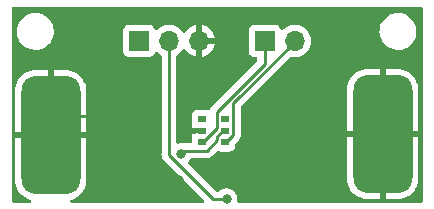
<source format=gbl>
%TF.GenerationSoftware,KiCad,Pcbnew,(6.0.4)*%
%TF.CreationDate,2022-07-28T21:40:12+10:00*%
%TF.ProjectId,GSR Sensor,47535220-5365-46e7-936f-722e6b696361,rev?*%
%TF.SameCoordinates,Original*%
%TF.FileFunction,Copper,L2,Bot*%
%TF.FilePolarity,Positive*%
%FSLAX46Y46*%
G04 Gerber Fmt 4.6, Leading zero omitted, Abs format (unit mm)*
G04 Created by KiCad (PCBNEW (6.0.4)) date 2022-07-28 21:40:12*
%MOMM*%
%LPD*%
G01*
G04 APERTURE LIST*
G04 Aperture macros list*
%AMRoundRect*
0 Rectangle with rounded corners*
0 $1 Rounding radius*
0 $2 $3 $4 $5 $6 $7 $8 $9 X,Y pos of 4 corners*
0 Add a 4 corners polygon primitive as box body*
4,1,4,$2,$3,$4,$5,$6,$7,$8,$9,$2,$3,0*
0 Add four circle primitives for the rounded corners*
1,1,$1+$1,$2,$3*
1,1,$1+$1,$4,$5*
1,1,$1+$1,$6,$7*
1,1,$1+$1,$8,$9*
0 Add four rect primitives between the rounded corners*
20,1,$1+$1,$2,$3,$4,$5,0*
20,1,$1+$1,$4,$5,$6,$7,0*
20,1,$1+$1,$6,$7,$8,$9,0*
20,1,$1+$1,$8,$9,$2,$3,0*%
G04 Aperture macros list end*
%TA.AperFunction,ComponentPad*%
%ADD10R,1.700000X1.700000*%
%TD*%
%TA.AperFunction,ComponentPad*%
%ADD11O,1.700000X1.700000*%
%TD*%
%TA.AperFunction,SMDPad,CuDef*%
%ADD12RoundRect,0.037100X0.317900X0.227900X-0.317900X0.227900X-0.317900X-0.227900X0.317900X-0.227900X0*%
%TD*%
%TA.AperFunction,SMDPad,CuDef*%
%ADD13RoundRect,1.250000X-1.250000X3.750000X-1.250000X-3.750000X1.250000X-3.750000X1.250000X3.750000X0*%
%TD*%
%TA.AperFunction,ViaPad*%
%ADD14C,0.800000*%
%TD*%
%TA.AperFunction,Conductor*%
%ADD15C,0.250000*%
%TD*%
G04 APERTURE END LIST*
D10*
%TO.P,J1,1,Pin_1*%
%TO.N,+3V3*%
X136275000Y-95800000D03*
D11*
%TO.P,J1,2,Pin_2*%
%TO.N,Net-(C7-Pad1)*%
X138815000Y-95800000D03*
%TO.P,J1,3,Pin_3*%
%TO.N,GND*%
X141355000Y-95800000D03*
%TD*%
D10*
%TO.P,J2,1,Pin_1*%
%TO.N,Net-(J2-Pad1)*%
X146925000Y-95800000D03*
D11*
%TO.P,J2,2,Pin_2*%
%TO.N,Net-(J2-Pad2)*%
X149465000Y-95800000D03*
%TD*%
D12*
%TO.P,U4,1,NC*%
%TO.N,unconnected-(U4-Pad1)*%
X143570000Y-102400000D03*
%TO.P,U4,2,VDD*%
%TO.N,Net-(C8-Pad1)*%
X143570000Y-103400000D03*
%TO.P,U4,3,SCL*%
%TO.N,Net-(J2-Pad2)*%
X143570000Y-104400000D03*
%TO.P,U4,4,SDA*%
%TO.N,Net-(J2-Pad1)*%
X141600000Y-104400000D03*
%TO.P,U4,5,GND*%
%TO.N,GND*%
X141600000Y-103400000D03*
%TO.P,U4,6,NC*%
%TO.N,unconnected-(U4-Pad6)*%
X141600000Y-102400000D03*
%TD*%
D13*
%TO.P,U2,1,Electrode_1*%
%TO.N,GND*%
X156905000Y-103695000D03*
%TD*%
%TO.P,U1,1,Electrode_1*%
%TO.N,GND*%
X128800000Y-103800000D03*
%TD*%
D14*
%TO.N,GND*%
X152600000Y-101400000D03*
X134800000Y-102200000D03*
X139700000Y-107600000D03*
X152800000Y-103800000D03*
X152600000Y-100300000D03*
X139700000Y-108900000D03*
%TO.N,Net-(C7-Pad1)*%
X143700000Y-109200000D03*
%TO.N,Net-(C8-Pad1)*%
X139800000Y-105400000D03*
%TD*%
D15*
%TO.N,GND*%
X130400000Y-102200000D02*
X128800000Y-103800000D01*
X134800000Y-102200000D02*
X130400000Y-102200000D01*
%TO.N,Net-(C7-Pad1)*%
X138815000Y-95800000D02*
X138815000Y-105439614D01*
X142575386Y-109200000D02*
X143700000Y-109200000D01*
X138815000Y-105439614D02*
X142575386Y-109200000D01*
%TO.N,Net-(C8-Pad1)*%
X142890480Y-103884698D02*
X143375178Y-103400000D01*
X142890480Y-104209520D02*
X142890480Y-103884698D01*
X140100000Y-105100000D02*
X142000000Y-105100000D01*
X139800000Y-105400000D02*
X140100000Y-105100000D01*
X142000000Y-105100000D02*
X142890480Y-104209520D01*
X143375178Y-103400000D02*
X143570000Y-103400000D01*
%TO.N,Net-(J2-Pad1)*%
X141657207Y-104400000D02*
X142890480Y-103166727D01*
X142890480Y-101809520D02*
X146925000Y-97775000D01*
X142890480Y-103166727D02*
X142890480Y-101809520D01*
X146925000Y-97775000D02*
X146925000Y-95800000D01*
X141600000Y-104400000D02*
X141657207Y-104400000D01*
%TO.N,Net-(J2-Pad2)*%
X143627207Y-104400000D02*
X143570000Y-104400000D01*
X149465000Y-95800000D02*
X149465000Y-95870718D01*
X149465000Y-95870718D02*
X144249520Y-101086198D01*
X144249520Y-101086198D02*
X144249520Y-103777687D01*
X144249520Y-103777687D02*
X143627207Y-104400000D01*
%TD*%
%TA.AperFunction,Conductor*%
%TO.N,GND*%
G36*
X160233621Y-92928502D02*
G01*
X160280114Y-92982158D01*
X160291500Y-93034500D01*
X160291500Y-109365500D01*
X160271498Y-109433621D01*
X160217842Y-109480114D01*
X160165500Y-109491500D01*
X144722804Y-109491500D01*
X144654683Y-109471498D01*
X144608190Y-109417842D01*
X144597494Y-109352330D01*
X144612814Y-109206565D01*
X144613504Y-109200000D01*
X144607949Y-109147145D01*
X144594232Y-109016635D01*
X144594232Y-109016633D01*
X144593542Y-109010072D01*
X144534527Y-108828444D01*
X144439040Y-108663056D01*
X144374017Y-108590840D01*
X144315675Y-108526045D01*
X144315674Y-108526044D01*
X144311253Y-108521134D01*
X144156752Y-108408882D01*
X144150724Y-108406198D01*
X144150722Y-108406197D01*
X143988319Y-108333891D01*
X143988318Y-108333891D01*
X143982288Y-108331206D01*
X143888888Y-108311353D01*
X143801944Y-108292872D01*
X143801939Y-108292872D01*
X143795487Y-108291500D01*
X143604513Y-108291500D01*
X143598061Y-108292872D01*
X143598056Y-108292872D01*
X143511113Y-108311353D01*
X143417712Y-108331206D01*
X143411682Y-108333891D01*
X143411681Y-108333891D01*
X143249278Y-108406197D01*
X143249276Y-108406198D01*
X143243248Y-108408882D01*
X143088747Y-108521134D01*
X143084332Y-108526037D01*
X143079420Y-108530460D01*
X143078295Y-108529211D01*
X143024986Y-108562051D01*
X142991800Y-108566500D01*
X142889980Y-108566500D01*
X142821859Y-108546498D01*
X142800885Y-108529595D01*
X141798608Y-107527318D01*
X153897000Y-107527318D01*
X153897114Y-107531116D01*
X153904220Y-107649555D01*
X153905274Y-107657851D01*
X153953657Y-107905601D01*
X153956118Y-107914598D01*
X154040424Y-108152011D01*
X154044189Y-108160549D01*
X154162665Y-108382902D01*
X154167647Y-108390781D01*
X154317692Y-108593187D01*
X154323774Y-108600233D01*
X154502087Y-108778235D01*
X154509160Y-108784318D01*
X154711815Y-108934001D01*
X154719705Y-108938970D01*
X154942268Y-109057060D01*
X154950801Y-109060805D01*
X155188369Y-109144700D01*
X155197367Y-109147145D01*
X155445215Y-109195096D01*
X155453488Y-109196134D01*
X155568960Y-109202893D01*
X155572609Y-109203000D01*
X156632885Y-109203000D01*
X156648124Y-109198525D01*
X156649329Y-109197135D01*
X156651000Y-109189452D01*
X156651000Y-109184885D01*
X157159000Y-109184885D01*
X157163475Y-109200124D01*
X157164865Y-109201329D01*
X157172548Y-109203000D01*
X158237318Y-109203000D01*
X158241116Y-109202886D01*
X158359555Y-109195780D01*
X158367851Y-109194726D01*
X158615601Y-109146343D01*
X158624598Y-109143882D01*
X158862011Y-109059576D01*
X158870549Y-109055811D01*
X159092902Y-108937335D01*
X159100781Y-108932353D01*
X159303187Y-108782308D01*
X159310233Y-108776226D01*
X159488235Y-108597913D01*
X159494318Y-108590840D01*
X159644001Y-108388185D01*
X159648970Y-108380295D01*
X159767060Y-108157732D01*
X159770805Y-108149199D01*
X159854700Y-107911631D01*
X159857145Y-107902633D01*
X159905096Y-107654785D01*
X159906134Y-107646512D01*
X159912893Y-107531040D01*
X159913000Y-107527391D01*
X159913000Y-103967115D01*
X159908525Y-103951876D01*
X159907135Y-103950671D01*
X159899452Y-103949000D01*
X157177115Y-103949000D01*
X157161876Y-103953475D01*
X157160671Y-103954865D01*
X157159000Y-103962548D01*
X157159000Y-109184885D01*
X156651000Y-109184885D01*
X156651000Y-103967115D01*
X156646525Y-103951876D01*
X156645135Y-103950671D01*
X156637452Y-103949000D01*
X153915115Y-103949000D01*
X153899876Y-103953475D01*
X153898671Y-103954865D01*
X153897000Y-103962548D01*
X153897000Y-107527318D01*
X141798608Y-107527318D01*
X140466854Y-106195563D01*
X140432828Y-106133251D01*
X140437893Y-106062435D01*
X140462313Y-106022158D01*
X140534621Y-105941852D01*
X140534622Y-105941851D01*
X140539040Y-105936944D01*
X140542339Y-105931231D01*
X140542342Y-105931226D01*
X140620126Y-105796500D01*
X140671509Y-105747507D01*
X140729245Y-105733500D01*
X141921233Y-105733500D01*
X141932416Y-105734027D01*
X141939909Y-105735702D01*
X141947835Y-105735453D01*
X141947836Y-105735453D01*
X142007986Y-105733562D01*
X142011945Y-105733500D01*
X142039856Y-105733500D01*
X142043791Y-105733003D01*
X142043856Y-105732995D01*
X142055693Y-105732062D01*
X142087951Y-105731048D01*
X142091970Y-105730922D01*
X142099889Y-105730673D01*
X142119343Y-105725021D01*
X142138700Y-105721013D01*
X142150930Y-105719468D01*
X142150931Y-105719468D01*
X142158797Y-105718474D01*
X142166168Y-105715555D01*
X142166170Y-105715555D01*
X142199912Y-105702196D01*
X142211142Y-105698351D01*
X142245983Y-105688229D01*
X142245984Y-105688229D01*
X142253593Y-105686018D01*
X142260412Y-105681985D01*
X142260417Y-105681983D01*
X142271028Y-105675707D01*
X142288776Y-105667012D01*
X142307617Y-105659552D01*
X142327585Y-105645045D01*
X142343387Y-105633564D01*
X142353307Y-105627048D01*
X142384535Y-105608580D01*
X142384538Y-105608578D01*
X142391362Y-105604542D01*
X142405683Y-105590221D01*
X142420717Y-105577380D01*
X142430694Y-105570131D01*
X142437107Y-105565472D01*
X142442158Y-105559367D01*
X142442163Y-105559362D01*
X142465299Y-105531396D01*
X142473287Y-105522618D01*
X142856208Y-105139697D01*
X142918520Y-105105671D01*
X142991686Y-105111640D01*
X143120732Y-105162733D01*
X143128770Y-105163706D01*
X143128771Y-105163706D01*
X143160444Y-105167539D01*
X143209707Y-105173500D01*
X143569714Y-105173500D01*
X143930292Y-105173499D01*
X143975498Y-105168029D01*
X144011238Y-105163705D01*
X144011241Y-105163704D01*
X144019268Y-105162733D01*
X144026785Y-105159757D01*
X144026788Y-105159756D01*
X144150272Y-105110865D01*
X144150274Y-105110864D01*
X144158255Y-105107704D01*
X144277325Y-105017325D01*
X144367704Y-104898255D01*
X144422733Y-104759268D01*
X144433500Y-104670293D01*
X144433500Y-104541801D01*
X144453502Y-104473680D01*
X144470405Y-104452706D01*
X144641767Y-104281344D01*
X144650057Y-104273800D01*
X144656538Y-104269687D01*
X144703179Y-104220019D01*
X144705933Y-104217178D01*
X144725654Y-104197457D01*
X144728132Y-104194262D01*
X144735838Y-104185240D01*
X144760678Y-104158788D01*
X144766106Y-104153008D01*
X144775866Y-104135255D01*
X144786719Y-104118732D01*
X144794273Y-104108993D01*
X144799133Y-104102728D01*
X144816696Y-104062144D01*
X144821903Y-104051514D01*
X144843215Y-104012747D01*
X144845186Y-104005070D01*
X144845188Y-104005065D01*
X144848252Y-103993129D01*
X144854658Y-103974417D01*
X144859554Y-103963104D01*
X144862701Y-103955832D01*
X144864306Y-103945703D01*
X144869617Y-103912168D01*
X144872024Y-103900547D01*
X144881048Y-103865398D01*
X144881048Y-103865397D01*
X144883020Y-103857717D01*
X144883020Y-103837456D01*
X144884571Y-103817745D01*
X144886499Y-103805572D01*
X144887739Y-103797744D01*
X144883579Y-103753733D01*
X144883020Y-103741876D01*
X144883020Y-103422885D01*
X153897000Y-103422885D01*
X153901475Y-103438124D01*
X153902865Y-103439329D01*
X153910548Y-103441000D01*
X156632885Y-103441000D01*
X156648124Y-103436525D01*
X156649329Y-103435135D01*
X156651000Y-103427452D01*
X156651000Y-103422885D01*
X157159000Y-103422885D01*
X157163475Y-103438124D01*
X157164865Y-103439329D01*
X157172548Y-103441000D01*
X159894885Y-103441000D01*
X159910124Y-103436525D01*
X159911329Y-103435135D01*
X159913000Y-103427452D01*
X159913000Y-99862682D01*
X159912886Y-99858884D01*
X159905780Y-99740445D01*
X159904726Y-99732149D01*
X159856343Y-99484399D01*
X159853882Y-99475402D01*
X159769576Y-99237989D01*
X159765811Y-99229451D01*
X159647335Y-99007098D01*
X159642353Y-98999219D01*
X159492308Y-98796813D01*
X159486226Y-98789767D01*
X159307913Y-98611765D01*
X159300840Y-98605682D01*
X159098185Y-98455999D01*
X159090295Y-98451030D01*
X158867732Y-98332940D01*
X158859199Y-98329195D01*
X158621631Y-98245300D01*
X158612633Y-98242855D01*
X158364785Y-98194904D01*
X158356512Y-98193866D01*
X158241040Y-98187107D01*
X158237391Y-98187000D01*
X157177115Y-98187000D01*
X157161876Y-98191475D01*
X157160671Y-98192865D01*
X157159000Y-98200548D01*
X157159000Y-103422885D01*
X156651000Y-103422885D01*
X156651000Y-98205115D01*
X156646525Y-98189876D01*
X156645135Y-98188671D01*
X156637452Y-98187000D01*
X155572682Y-98187000D01*
X155568884Y-98187114D01*
X155450445Y-98194220D01*
X155442149Y-98195274D01*
X155194399Y-98243657D01*
X155185402Y-98246118D01*
X154947989Y-98330424D01*
X154939451Y-98334189D01*
X154717098Y-98452665D01*
X154709219Y-98457647D01*
X154506813Y-98607692D01*
X154499767Y-98613774D01*
X154321765Y-98792087D01*
X154315682Y-98799160D01*
X154165999Y-99001815D01*
X154161030Y-99009705D01*
X154042940Y-99232268D01*
X154039195Y-99240801D01*
X153955300Y-99478369D01*
X153952855Y-99487367D01*
X153904904Y-99735215D01*
X153903866Y-99743488D01*
X153897107Y-99858960D01*
X153897000Y-99862609D01*
X153897000Y-103422885D01*
X144883020Y-103422885D01*
X144883020Y-101400792D01*
X144903022Y-101332671D01*
X144919925Y-101311697D01*
X149068312Y-97163310D01*
X149130624Y-97129284D01*
X149182528Y-97128935D01*
X149209355Y-97134393D01*
X149303597Y-97153567D01*
X149308772Y-97153757D01*
X149308774Y-97153757D01*
X149521673Y-97161564D01*
X149521677Y-97161564D01*
X149526837Y-97161753D01*
X149531957Y-97161097D01*
X149531959Y-97161097D01*
X149743288Y-97134025D01*
X149743289Y-97134025D01*
X149748416Y-97133368D01*
X149753366Y-97131883D01*
X149957429Y-97070661D01*
X149957434Y-97070659D01*
X149962384Y-97069174D01*
X150162994Y-96970896D01*
X150344860Y-96841173D01*
X150503096Y-96683489D01*
X150633453Y-96502077D01*
X150646995Y-96474678D01*
X150730136Y-96306453D01*
X150730137Y-96306451D01*
X150732430Y-96301811D01*
X150797370Y-96088069D01*
X150826529Y-95866590D01*
X150828156Y-95800000D01*
X150809852Y-95577361D01*
X150755431Y-95360702D01*
X150666354Y-95155840D01*
X150600838Y-95054568D01*
X156637382Y-95054568D01*
X156637963Y-95059588D01*
X156637963Y-95059592D01*
X156642647Y-95100074D01*
X156666208Y-95303699D01*
X156667587Y-95308573D01*
X156667588Y-95308577D01*
X156733116Y-95540148D01*
X156734494Y-95545017D01*
X156736628Y-95549592D01*
X156736630Y-95549599D01*
X156838347Y-95767731D01*
X156840484Y-95772313D01*
X156843326Y-95776494D01*
X156843326Y-95776495D01*
X156978605Y-95975552D01*
X156978608Y-95975556D01*
X156981451Y-95979739D01*
X156984928Y-95983416D01*
X156984929Y-95983417D01*
X157083893Y-96088069D01*
X157153767Y-96161959D01*
X157157793Y-96165037D01*
X157157794Y-96165038D01*
X157348981Y-96311212D01*
X157348985Y-96311215D01*
X157353001Y-96314285D01*
X157574026Y-96432797D01*
X157578807Y-96434443D01*
X157578811Y-96434445D01*
X157786679Y-96506020D01*
X157811156Y-96514448D01*
X157914689Y-96532331D01*
X158054380Y-96556460D01*
X158054386Y-96556461D01*
X158058290Y-96557135D01*
X158062251Y-96557315D01*
X158062252Y-96557315D01*
X158086931Y-96558436D01*
X158086950Y-96558436D01*
X158088350Y-96558500D01*
X158263015Y-96558500D01*
X158265523Y-96558298D01*
X158265528Y-96558298D01*
X158444944Y-96543863D01*
X158444949Y-96543862D01*
X158449985Y-96543457D01*
X158454893Y-96542252D01*
X158454896Y-96542251D01*
X158688625Y-96484841D01*
X158693539Y-96483634D01*
X158698191Y-96481659D01*
X158698195Y-96481658D01*
X158919741Y-96387617D01*
X158919742Y-96387617D01*
X158924396Y-96385641D01*
X159136615Y-96252000D01*
X159324738Y-96086147D01*
X159483924Y-95892351D01*
X159610078Y-95675596D01*
X159699955Y-95441461D01*
X159716827Y-95360702D01*
X159750206Y-95200921D01*
X159751241Y-95195967D01*
X159752838Y-95160814D01*
X159757662Y-95054568D01*
X159762618Y-94945432D01*
X159757419Y-94900494D01*
X159746628Y-94807240D01*
X159733792Y-94696301D01*
X159725847Y-94668222D01*
X159666884Y-94459852D01*
X159666883Y-94459850D01*
X159665506Y-94454983D01*
X159663372Y-94450408D01*
X159663370Y-94450401D01*
X159561653Y-94232269D01*
X159561651Y-94232265D01*
X159559516Y-94227687D01*
X159556674Y-94223505D01*
X159421395Y-94024448D01*
X159421392Y-94024444D01*
X159418549Y-94020261D01*
X159317925Y-93913853D01*
X159249713Y-93841721D01*
X159246233Y-93838041D01*
X159242206Y-93834962D01*
X159051019Y-93688788D01*
X159051015Y-93688785D01*
X159046999Y-93685715D01*
X158825974Y-93567203D01*
X158821193Y-93565557D01*
X158821189Y-93565555D01*
X158593633Y-93487201D01*
X158588844Y-93485552D01*
X158485311Y-93467669D01*
X158345620Y-93443540D01*
X158345614Y-93443539D01*
X158341710Y-93442865D01*
X158337749Y-93442685D01*
X158337748Y-93442685D01*
X158313069Y-93441564D01*
X158313050Y-93441564D01*
X158311650Y-93441500D01*
X158136985Y-93441500D01*
X158134477Y-93441702D01*
X158134472Y-93441702D01*
X157955056Y-93456137D01*
X157955051Y-93456138D01*
X157950015Y-93456543D01*
X157945107Y-93457748D01*
X157945104Y-93457749D01*
X157713326Y-93514680D01*
X157706461Y-93516366D01*
X157701809Y-93518341D01*
X157701805Y-93518342D01*
X157581061Y-93569595D01*
X157475604Y-93614359D01*
X157263385Y-93748000D01*
X157075262Y-93913853D01*
X156916076Y-94107649D01*
X156789922Y-94324404D01*
X156700045Y-94558539D01*
X156699012Y-94563485D01*
X156699010Y-94563491D01*
X156655490Y-94771814D01*
X156648759Y-94804033D01*
X156648530Y-94809082D01*
X156648529Y-94809088D01*
X156644379Y-94900494D01*
X156637382Y-95054568D01*
X150600838Y-95054568D01*
X150545014Y-94968277D01*
X150394670Y-94803051D01*
X150390619Y-94799852D01*
X150390615Y-94799848D01*
X150223414Y-94667800D01*
X150223410Y-94667798D01*
X150219359Y-94664598D01*
X150183028Y-94644542D01*
X150167136Y-94635769D01*
X150023789Y-94556638D01*
X150018920Y-94554914D01*
X150018916Y-94554912D01*
X149818087Y-94483795D01*
X149818083Y-94483794D01*
X149813212Y-94482069D01*
X149808119Y-94481162D01*
X149808116Y-94481161D01*
X149598373Y-94443800D01*
X149598367Y-94443799D01*
X149593284Y-94442894D01*
X149519452Y-94441992D01*
X149375081Y-94440228D01*
X149375079Y-94440228D01*
X149369911Y-94440165D01*
X149149091Y-94473955D01*
X148936756Y-94543357D01*
X148738607Y-94646507D01*
X148734474Y-94649610D01*
X148734471Y-94649612D01*
X148564100Y-94777530D01*
X148559965Y-94780635D01*
X148503537Y-94839684D01*
X148479283Y-94865064D01*
X148417759Y-94900494D01*
X148346846Y-94897037D01*
X148289060Y-94855791D01*
X148270207Y-94822243D01*
X148228767Y-94711703D01*
X148225615Y-94703295D01*
X148138261Y-94586739D01*
X148021705Y-94499385D01*
X147885316Y-94448255D01*
X147823134Y-94441500D01*
X146026866Y-94441500D01*
X145964684Y-94448255D01*
X145828295Y-94499385D01*
X145711739Y-94586739D01*
X145624385Y-94703295D01*
X145573255Y-94839684D01*
X145566500Y-94901866D01*
X145566500Y-96698134D01*
X145573255Y-96760316D01*
X145624385Y-96896705D01*
X145711739Y-97013261D01*
X145828295Y-97100615D01*
X145964684Y-97151745D01*
X146026866Y-97158500D01*
X146165500Y-97158500D01*
X146233621Y-97178502D01*
X146280114Y-97232158D01*
X146291500Y-97284500D01*
X146291500Y-97460406D01*
X146271498Y-97528527D01*
X146254595Y-97549501D01*
X142498227Y-101305868D01*
X142489941Y-101313408D01*
X142483462Y-101317520D01*
X142478037Y-101323297D01*
X142436837Y-101367171D01*
X142434082Y-101370013D01*
X142414345Y-101389750D01*
X142411865Y-101392947D01*
X142404162Y-101401967D01*
X142373894Y-101434199D01*
X142370075Y-101441145D01*
X142370073Y-101441148D01*
X142364132Y-101451954D01*
X142353281Y-101468473D01*
X142340866Y-101484479D01*
X142337721Y-101491748D01*
X142337718Y-101491752D01*
X142323306Y-101525057D01*
X142318089Y-101535707D01*
X142296785Y-101574460D01*
X142294814Y-101582136D01*
X142291896Y-101589507D01*
X142290671Y-101589022D01*
X142258528Y-101643010D01*
X142194994Y-101674694D01*
X142126425Y-101667815D01*
X142056797Y-101640248D01*
X142049268Y-101637267D01*
X142041230Y-101636294D01*
X142041229Y-101636294D01*
X142000578Y-101631375D01*
X141960293Y-101626500D01*
X141600286Y-101626500D01*
X141239708Y-101626501D01*
X141199427Y-101631375D01*
X141158762Y-101636295D01*
X141158759Y-101636296D01*
X141150732Y-101637267D01*
X141143215Y-101640243D01*
X141143212Y-101640244D01*
X141019728Y-101689135D01*
X141019726Y-101689136D01*
X141011745Y-101692296D01*
X140892675Y-101782675D01*
X140802296Y-101901745D01*
X140747267Y-102040732D01*
X140736500Y-102129707D01*
X140736501Y-102670292D01*
X140747267Y-102759268D01*
X140750244Y-102766787D01*
X140750245Y-102766791D01*
X140784891Y-102854297D01*
X140791370Y-102924997D01*
X140784891Y-102947063D01*
X140750737Y-103033329D01*
X140746786Y-103048887D01*
X140737456Y-103125985D01*
X140737283Y-103128848D01*
X140741475Y-103143124D01*
X140742865Y-103144329D01*
X140750548Y-103146000D01*
X141084434Y-103146000D01*
X141130816Y-103154848D01*
X141150732Y-103162733D01*
X141239707Y-103173500D01*
X141249442Y-103173500D01*
X141683614Y-103173499D01*
X141751734Y-103193501D01*
X141798227Y-103247156D01*
X141808331Y-103317430D01*
X141778838Y-103382011D01*
X141772708Y-103388594D01*
X141571706Y-103589596D01*
X141509394Y-103623622D01*
X141482611Y-103626501D01*
X141239708Y-103626501D01*
X141177085Y-103634078D01*
X141158764Y-103636295D01*
X141158763Y-103636295D01*
X141150732Y-103637267D01*
X141130816Y-103645152D01*
X141084434Y-103654000D01*
X140755115Y-103654000D01*
X140739876Y-103658475D01*
X140738671Y-103659865D01*
X140737051Y-103667312D01*
X140737456Y-103674015D01*
X140746786Y-103751113D01*
X140750737Y-103766671D01*
X140784891Y-103852937D01*
X140791370Y-103923638D01*
X140784891Y-103945703D01*
X140758347Y-104012747D01*
X140747267Y-104040732D01*
X140736500Y-104129707D01*
X140736501Y-104281344D01*
X140736501Y-104340499D01*
X140716499Y-104408620D01*
X140662844Y-104455113D01*
X140610501Y-104466500D01*
X140178767Y-104466500D01*
X140167584Y-104465973D01*
X140160091Y-104464298D01*
X140152165Y-104464547D01*
X140152164Y-104464547D01*
X140092014Y-104466438D01*
X140088055Y-104466500D01*
X140060144Y-104466500D01*
X140056210Y-104466997D01*
X140056209Y-104466997D01*
X140056144Y-104467005D01*
X140044307Y-104467938D01*
X140012049Y-104468952D01*
X140008030Y-104469078D01*
X140000111Y-104469327D01*
X139980657Y-104474979D01*
X139961300Y-104478987D01*
X139949069Y-104480532D01*
X139949067Y-104480532D01*
X139941203Y-104481526D01*
X139933832Y-104484445D01*
X139926154Y-104486416D01*
X139925802Y-104485046D01*
X139891977Y-104491500D01*
X139704513Y-104491500D01*
X139698061Y-104492872D01*
X139698056Y-104492872D01*
X139600697Y-104513567D01*
X139529906Y-104508165D01*
X139473274Y-104465348D01*
X139448780Y-104398711D01*
X139448500Y-104390320D01*
X139448500Y-97080427D01*
X139468502Y-97012306D01*
X139509618Y-96972550D01*
X139512994Y-96970896D01*
X139694860Y-96841173D01*
X139853096Y-96683489D01*
X139983453Y-96502077D01*
X139984640Y-96502930D01*
X140031960Y-96459362D01*
X140101897Y-96447145D01*
X140167338Y-96474678D01*
X140195166Y-96506511D01*
X140252694Y-96600388D01*
X140258777Y-96608699D01*
X140398213Y-96769667D01*
X140405580Y-96776883D01*
X140569434Y-96912916D01*
X140577881Y-96918831D01*
X140761756Y-97026279D01*
X140771042Y-97030729D01*
X140970001Y-97106703D01*
X140979899Y-97109579D01*
X141083250Y-97130606D01*
X141097299Y-97129410D01*
X141101000Y-97119065D01*
X141101000Y-97118517D01*
X141609000Y-97118517D01*
X141613064Y-97132359D01*
X141626478Y-97134393D01*
X141633184Y-97133534D01*
X141643262Y-97131392D01*
X141847255Y-97070191D01*
X141856842Y-97066433D01*
X142048095Y-96972739D01*
X142056945Y-96967464D01*
X142230328Y-96843792D01*
X142238200Y-96837139D01*
X142389052Y-96686812D01*
X142395730Y-96678965D01*
X142520003Y-96506020D01*
X142525313Y-96497183D01*
X142619670Y-96306267D01*
X142623469Y-96296672D01*
X142685377Y-96092910D01*
X142687555Y-96082837D01*
X142688986Y-96071962D01*
X142686775Y-96057778D01*
X142673617Y-96054000D01*
X141627115Y-96054000D01*
X141611876Y-96058475D01*
X141610671Y-96059865D01*
X141609000Y-96067548D01*
X141609000Y-97118517D01*
X141101000Y-97118517D01*
X141101000Y-95527885D01*
X141609000Y-95527885D01*
X141613475Y-95543124D01*
X141614865Y-95544329D01*
X141622548Y-95546000D01*
X142673344Y-95546000D01*
X142686875Y-95542027D01*
X142688180Y-95532947D01*
X142646214Y-95365875D01*
X142642894Y-95356124D01*
X142557972Y-95160814D01*
X142553105Y-95151739D01*
X142437426Y-94972926D01*
X142431136Y-94964757D01*
X142287806Y-94807240D01*
X142280273Y-94800215D01*
X142113139Y-94668222D01*
X142104552Y-94662517D01*
X141918117Y-94559599D01*
X141908705Y-94555369D01*
X141707959Y-94484280D01*
X141697988Y-94481646D01*
X141626837Y-94468972D01*
X141613540Y-94470432D01*
X141609000Y-94484989D01*
X141609000Y-95527885D01*
X141101000Y-95527885D01*
X141101000Y-94483102D01*
X141097082Y-94469758D01*
X141082806Y-94467771D01*
X141044324Y-94473660D01*
X141034288Y-94476051D01*
X140831868Y-94542212D01*
X140822359Y-94546209D01*
X140633463Y-94644542D01*
X140624738Y-94650036D01*
X140454433Y-94777905D01*
X140446726Y-94784748D01*
X140299590Y-94938717D01*
X140293109Y-94946722D01*
X140188498Y-95100074D01*
X140133587Y-95145076D01*
X140063062Y-95153247D01*
X139999315Y-95121993D01*
X139978618Y-95097509D01*
X139897822Y-94972617D01*
X139897820Y-94972614D01*
X139895014Y-94968277D01*
X139744670Y-94803051D01*
X139740619Y-94799852D01*
X139740615Y-94799848D01*
X139573414Y-94667800D01*
X139573410Y-94667798D01*
X139569359Y-94664598D01*
X139533028Y-94644542D01*
X139517136Y-94635769D01*
X139373789Y-94556638D01*
X139368920Y-94554914D01*
X139368916Y-94554912D01*
X139168087Y-94483795D01*
X139168083Y-94483794D01*
X139163212Y-94482069D01*
X139158119Y-94481162D01*
X139158116Y-94481161D01*
X138948373Y-94443800D01*
X138948367Y-94443799D01*
X138943284Y-94442894D01*
X138869452Y-94441992D01*
X138725081Y-94440228D01*
X138725079Y-94440228D01*
X138719911Y-94440165D01*
X138499091Y-94473955D01*
X138286756Y-94543357D01*
X138088607Y-94646507D01*
X138084474Y-94649610D01*
X138084471Y-94649612D01*
X137914100Y-94777530D01*
X137909965Y-94780635D01*
X137853537Y-94839684D01*
X137829283Y-94865064D01*
X137767759Y-94900494D01*
X137696846Y-94897037D01*
X137639060Y-94855791D01*
X137620207Y-94822243D01*
X137578767Y-94711703D01*
X137575615Y-94703295D01*
X137488261Y-94586739D01*
X137371705Y-94499385D01*
X137235316Y-94448255D01*
X137173134Y-94441500D01*
X135376866Y-94441500D01*
X135314684Y-94448255D01*
X135178295Y-94499385D01*
X135061739Y-94586739D01*
X134974385Y-94703295D01*
X134923255Y-94839684D01*
X134916500Y-94901866D01*
X134916500Y-96698134D01*
X134923255Y-96760316D01*
X134974385Y-96896705D01*
X135061739Y-97013261D01*
X135178295Y-97100615D01*
X135314684Y-97151745D01*
X135376866Y-97158500D01*
X137173134Y-97158500D01*
X137235316Y-97151745D01*
X137371705Y-97100615D01*
X137488261Y-97013261D01*
X137575615Y-96896705D01*
X137597799Y-96837529D01*
X137619598Y-96779382D01*
X137662240Y-96722618D01*
X137728802Y-96697918D01*
X137798150Y-96713126D01*
X137832817Y-96741114D01*
X137861250Y-96773938D01*
X138033126Y-96916632D01*
X138037593Y-96919242D01*
X138119070Y-96966853D01*
X138167794Y-97018491D01*
X138181500Y-97075641D01*
X138181500Y-105360847D01*
X138180973Y-105372030D01*
X138179298Y-105379523D01*
X138179547Y-105387449D01*
X138179547Y-105387450D01*
X138181438Y-105447600D01*
X138181500Y-105451559D01*
X138181500Y-105479470D01*
X138181997Y-105483404D01*
X138181997Y-105483405D01*
X138182005Y-105483470D01*
X138182938Y-105495307D01*
X138184327Y-105539503D01*
X138189978Y-105558953D01*
X138193987Y-105578314D01*
X138196526Y-105598411D01*
X138199445Y-105605782D01*
X138199445Y-105605784D01*
X138212804Y-105639526D01*
X138216649Y-105650756D01*
X138220052Y-105662469D01*
X138228982Y-105693207D01*
X138233015Y-105700026D01*
X138233017Y-105700031D01*
X138239293Y-105710642D01*
X138247988Y-105728390D01*
X138255448Y-105747231D01*
X138260110Y-105753647D01*
X138260110Y-105753648D01*
X138281436Y-105783001D01*
X138287952Y-105792921D01*
X138310458Y-105830976D01*
X138324779Y-105845297D01*
X138337619Y-105860330D01*
X138349528Y-105876721D01*
X138355634Y-105881772D01*
X138383605Y-105904912D01*
X138392384Y-105912902D01*
X141755886Y-109276405D01*
X141789912Y-109338717D01*
X141784847Y-109409533D01*
X141742300Y-109466368D01*
X141675780Y-109491179D01*
X141666791Y-109491500D01*
X130567725Y-109491500D01*
X130499604Y-109471498D01*
X130453111Y-109417842D01*
X130443007Y-109347568D01*
X130472501Y-109282988D01*
X130525562Y-109246764D01*
X130757011Y-109164576D01*
X130765549Y-109160811D01*
X130987902Y-109042335D01*
X130995781Y-109037353D01*
X131198187Y-108887308D01*
X131205233Y-108881226D01*
X131383235Y-108702913D01*
X131389318Y-108695840D01*
X131539001Y-108493185D01*
X131543970Y-108485295D01*
X131662060Y-108262732D01*
X131665805Y-108254199D01*
X131749700Y-108016631D01*
X131752145Y-108007633D01*
X131800096Y-107759785D01*
X131801134Y-107751512D01*
X131807893Y-107636040D01*
X131808000Y-107632391D01*
X131808000Y-104072115D01*
X131803525Y-104056876D01*
X131802135Y-104055671D01*
X131794452Y-104054000D01*
X125810115Y-104054000D01*
X125794876Y-104058475D01*
X125793671Y-104059865D01*
X125792000Y-104067548D01*
X125792000Y-107632318D01*
X125792114Y-107636116D01*
X125799220Y-107754555D01*
X125800274Y-107762851D01*
X125848657Y-108010601D01*
X125851118Y-108019598D01*
X125935424Y-108257011D01*
X125939189Y-108265549D01*
X126057665Y-108487902D01*
X126062647Y-108495781D01*
X126212692Y-108698187D01*
X126218774Y-108705233D01*
X126397087Y-108883235D01*
X126404160Y-108889318D01*
X126606815Y-109039001D01*
X126614705Y-109043970D01*
X126837268Y-109162060D01*
X126845801Y-109165805D01*
X127074849Y-109246691D01*
X127132422Y-109288234D01*
X127158395Y-109354309D01*
X127144522Y-109423937D01*
X127095208Y-109475012D01*
X127032893Y-109491500D01*
X125634500Y-109491500D01*
X125566379Y-109471498D01*
X125519886Y-109417842D01*
X125508500Y-109365500D01*
X125508500Y-103527885D01*
X125792000Y-103527885D01*
X125796475Y-103543124D01*
X125797865Y-103544329D01*
X125805548Y-103546000D01*
X128527885Y-103546000D01*
X128543124Y-103541525D01*
X128544329Y-103540135D01*
X128546000Y-103532452D01*
X128546000Y-103527885D01*
X129054000Y-103527885D01*
X129058475Y-103543124D01*
X129059865Y-103544329D01*
X129067548Y-103546000D01*
X131789885Y-103546000D01*
X131805124Y-103541525D01*
X131806329Y-103540135D01*
X131808000Y-103532452D01*
X131808000Y-99967682D01*
X131807886Y-99963884D01*
X131800780Y-99845445D01*
X131799726Y-99837149D01*
X131751343Y-99589399D01*
X131748882Y-99580402D01*
X131664576Y-99342989D01*
X131660811Y-99334451D01*
X131542335Y-99112098D01*
X131537353Y-99104219D01*
X131387308Y-98901813D01*
X131381226Y-98894767D01*
X131202913Y-98716765D01*
X131195840Y-98710682D01*
X130993185Y-98560999D01*
X130985295Y-98556030D01*
X130762732Y-98437940D01*
X130754199Y-98434195D01*
X130516631Y-98350300D01*
X130507633Y-98347855D01*
X130259785Y-98299904D01*
X130251512Y-98298866D01*
X130136040Y-98292107D01*
X130132391Y-98292000D01*
X129072115Y-98292000D01*
X129056876Y-98296475D01*
X129055671Y-98297865D01*
X129054000Y-98305548D01*
X129054000Y-103527885D01*
X128546000Y-103527885D01*
X128546000Y-98310115D01*
X128541525Y-98294876D01*
X128540135Y-98293671D01*
X128532452Y-98292000D01*
X127467682Y-98292000D01*
X127463884Y-98292114D01*
X127345445Y-98299220D01*
X127337149Y-98300274D01*
X127089399Y-98348657D01*
X127080402Y-98351118D01*
X126842989Y-98435424D01*
X126834451Y-98439189D01*
X126612098Y-98557665D01*
X126604219Y-98562647D01*
X126401813Y-98712692D01*
X126394767Y-98718774D01*
X126216765Y-98897087D01*
X126210682Y-98904160D01*
X126060999Y-99106815D01*
X126056030Y-99114705D01*
X125937940Y-99337268D01*
X125934195Y-99345801D01*
X125850300Y-99583369D01*
X125847855Y-99592367D01*
X125799904Y-99840215D01*
X125798866Y-99848488D01*
X125792107Y-99963960D01*
X125792000Y-99967609D01*
X125792000Y-103527885D01*
X125508500Y-103527885D01*
X125508500Y-95054568D01*
X125937382Y-95054568D01*
X125937963Y-95059588D01*
X125937963Y-95059592D01*
X125942647Y-95100074D01*
X125966208Y-95303699D01*
X125967587Y-95308573D01*
X125967588Y-95308577D01*
X126033116Y-95540148D01*
X126034494Y-95545017D01*
X126036628Y-95549592D01*
X126036630Y-95549599D01*
X126138347Y-95767731D01*
X126140484Y-95772313D01*
X126143326Y-95776494D01*
X126143326Y-95776495D01*
X126278605Y-95975552D01*
X126278608Y-95975556D01*
X126281451Y-95979739D01*
X126284928Y-95983416D01*
X126284929Y-95983417D01*
X126383893Y-96088069D01*
X126453767Y-96161959D01*
X126457793Y-96165037D01*
X126457794Y-96165038D01*
X126648981Y-96311212D01*
X126648985Y-96311215D01*
X126653001Y-96314285D01*
X126874026Y-96432797D01*
X126878807Y-96434443D01*
X126878811Y-96434445D01*
X127086679Y-96506020D01*
X127111156Y-96514448D01*
X127214689Y-96532331D01*
X127354380Y-96556460D01*
X127354386Y-96556461D01*
X127358290Y-96557135D01*
X127362251Y-96557315D01*
X127362252Y-96557315D01*
X127386931Y-96558436D01*
X127386950Y-96558436D01*
X127388350Y-96558500D01*
X127563015Y-96558500D01*
X127565523Y-96558298D01*
X127565528Y-96558298D01*
X127744944Y-96543863D01*
X127744949Y-96543862D01*
X127749985Y-96543457D01*
X127754893Y-96542252D01*
X127754896Y-96542251D01*
X127988625Y-96484841D01*
X127993539Y-96483634D01*
X127998191Y-96481659D01*
X127998195Y-96481658D01*
X128219741Y-96387617D01*
X128219742Y-96387617D01*
X128224396Y-96385641D01*
X128436615Y-96252000D01*
X128624738Y-96086147D01*
X128783924Y-95892351D01*
X128910078Y-95675596D01*
X128999955Y-95441461D01*
X129016827Y-95360702D01*
X129050206Y-95200921D01*
X129051241Y-95195967D01*
X129052838Y-95160814D01*
X129057662Y-95054568D01*
X129062618Y-94945432D01*
X129057419Y-94900494D01*
X129046628Y-94807240D01*
X129033792Y-94696301D01*
X129025847Y-94668222D01*
X128966884Y-94459852D01*
X128966883Y-94459850D01*
X128965506Y-94454983D01*
X128963372Y-94450408D01*
X128963370Y-94450401D01*
X128861653Y-94232269D01*
X128861651Y-94232265D01*
X128859516Y-94227687D01*
X128856674Y-94223505D01*
X128721395Y-94024448D01*
X128721392Y-94024444D01*
X128718549Y-94020261D01*
X128617925Y-93913853D01*
X128549713Y-93841721D01*
X128546233Y-93838041D01*
X128542206Y-93834962D01*
X128351019Y-93688788D01*
X128351015Y-93688785D01*
X128346999Y-93685715D01*
X128125974Y-93567203D01*
X128121193Y-93565557D01*
X128121189Y-93565555D01*
X127893633Y-93487201D01*
X127888844Y-93485552D01*
X127785311Y-93467669D01*
X127645620Y-93443540D01*
X127645614Y-93443539D01*
X127641710Y-93442865D01*
X127637749Y-93442685D01*
X127637748Y-93442685D01*
X127613069Y-93441564D01*
X127613050Y-93441564D01*
X127611650Y-93441500D01*
X127436985Y-93441500D01*
X127434477Y-93441702D01*
X127434472Y-93441702D01*
X127255056Y-93456137D01*
X127255051Y-93456138D01*
X127250015Y-93456543D01*
X127245107Y-93457748D01*
X127245104Y-93457749D01*
X127013326Y-93514680D01*
X127006461Y-93516366D01*
X127001809Y-93518341D01*
X127001805Y-93518342D01*
X126881061Y-93569595D01*
X126775604Y-93614359D01*
X126563385Y-93748000D01*
X126375262Y-93913853D01*
X126216076Y-94107649D01*
X126089922Y-94324404D01*
X126000045Y-94558539D01*
X125999012Y-94563485D01*
X125999010Y-94563491D01*
X125955490Y-94771814D01*
X125948759Y-94804033D01*
X125948530Y-94809082D01*
X125948529Y-94809088D01*
X125944379Y-94900494D01*
X125937382Y-95054568D01*
X125508500Y-95054568D01*
X125508500Y-93034500D01*
X125528502Y-92966379D01*
X125582158Y-92919886D01*
X125634500Y-92908500D01*
X160165500Y-92908500D01*
X160233621Y-92928502D01*
G37*
%TD.AperFunction*%
%TD*%
M02*

</source>
